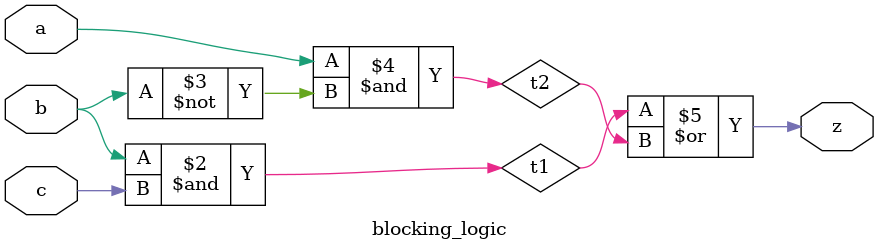
<source format=v>
`timescale 1ns / 1ps


module blocking_logic(
    input a,
    input b,
    input c,
    output reg z
    );
  reg t1,t2;
  always @(a,b,c)begin
  t1 = b&c;
  t2 = a& ~b;
  z=t1| t2;
  end
endmodule

</source>
